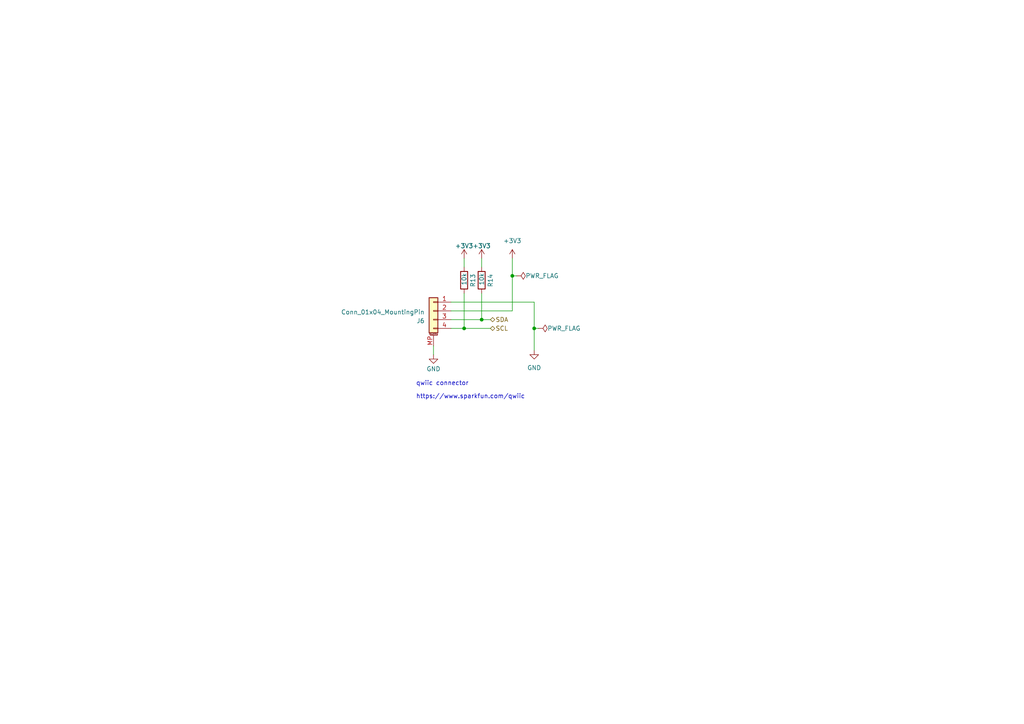
<source format=kicad_sch>
(kicad_sch (version 20250114) (generator "eeschema") (generator_version "9.0")
  (paper "A4")
  (title_block (title "PB2 Bela Mini Proto") (rev "rev 1.0") (company "Augmented Instruments Ltd."))
  (lib_symbols
    (symbol "Connector_Generic_MountingPin:Conn_01x04_MountingPin" (pin_names (offset 1.016) (hide yes))
      (property "Reference" "J" (at 0 5.08 0))
      (property "Value" "Conn_01x04_MountingPin" (at 1.27 -7.62 0))
      (symbol "Conn_01x04_MountingPin_1_1"
        (rectangle (start -1.27 3.81) (end 1.27 -6.35) (stroke (width 0.254)) (fill (type background)))
        (rectangle (start -1.27 2.667) (end 0 2.413) (stroke (width 0.1524)))
        (rectangle (start -1.27 0.127) (end 0 -0.127) (stroke (width 0.1524)))
        (rectangle (start -1.27 -2.413) (end 0 -2.667) (stroke (width 0.1524)))
        (rectangle (start -1.27 -4.953) (end 0 -5.207) (stroke (width 0.1524)))
        (polyline (pts (xy -1.016 -7.112) (xy 1.016 -7.112)) (stroke (width 0.1524)))
        (text "Mounting" (at 0 -6.731 0) (effects (font (size 0.381 0.381))))
        (pin passive line (at -5.08 2.54 0) (length 3.81) (name "Pin_1") (number "1"))
        (pin passive line (at -5.08 0 0) (length 3.81) (name "Pin_2") (number "2"))
        (pin passive line (at -5.08 -2.54 0) (length 3.81) (name "Pin_3") (number "3"))
        (pin passive line (at -5.08 -5.08 0) (length 3.81) (name "Pin_4") (number "4"))
        (pin passive line (at 0 -10.16 90) (length 3.048) (name "MountPin") (number "MP"))
      )
    )
    (symbol "Device:R" (pin_numbers (hide yes)) (pin_names (offset 0))
      (property "Reference" "R" (at 2.032 0 90))
      (property "Value" "R" (at 0 0 90))
      (symbol "R_0_1"
        (rectangle (start -1.016 -2.54) (end 1.016 2.54) (stroke (width 0.254)))
      )
      (symbol "R_1_1"
        (pin passive line (at 0 3.81 270) (length 1.27) (name "~") (number "1"))
        (pin passive line (at 0 -3.81 90) (length 1.27) (name "~") (number "2"))
      )
    )
    (symbol "power:+3V3" (power) (pin_names (offset 0))
      (property "Value" "+3V3" (at 0 3.556 0))
      (symbol "+3V3_0_1"
        (polyline (pts (xy -0.762 1.27) (xy 0 2.54)))
        (polyline (pts (xy 0 2.54) (xy 0.762 1.27)))
        (polyline (pts (xy 0 0) (xy 0 2.54)))
      )
      (symbol "+3V3_1_1"
        (pin power_in line (at 0 0 90) (length 0) (hide yes) (name "+3V3") (number "1"))
      )
    )
    (symbol "power:GND" (power) (pin_names (offset 0))
      (property "Value" "GND" (at 0 -3.81 0))
      (symbol "GND_0_1"
        (polyline (pts (xy 0 0) (xy 0 -1.27) (xy 1.27 -1.27) (xy 0 -2.54) (xy -1.27 -1.27) (xy 0 -1.27)))
      )
      (symbol "GND_1_1"
        (pin power_in line (at 0 0 270) (length 0) (hide yes) (name "GND") (number "1"))
      )
    )
    (symbol "power:PWR_FLAG" (power) (pin_numbers (hide yes)) (pin_names (offset 0) (hide yes))
      (property "Value" "PWR_FLAG" (at 0 3.81 0))
      (symbol "PWR_FLAG_0_0"
        (pin power_out line (at 0 0 90) (length 0) (name "pwr") (number "1"))
      )
      (symbol "PWR_FLAG_0_1"
        (polyline (pts (xy 0 0) (xy 0 1.27) (xy -1.016 1.905) (xy 0 2.54) (xy 1.016 1.905) (xy 0 1.27)))
      )
    )
  )
  (text "https://www.sparkfun.com/qwiic" (at 120.65 115.824 0) (effects (font (size 1.27 1.27)) (justify left bottom)))
  (text "qwiic connector" (at 120.65 112.014 0) (effects (font (size 1.27 1.27)) (justify left bottom)))
  (junction (at 148.59 80.01))
  (junction (at 139.7 92.71))
  (junction (at 134.62 95.25))
  (junction (at 154.94 95.25))
  (wire (pts (xy 125.73 102.87) (xy 125.73 100.33)))
  (wire (pts (xy 130.81 90.17) (xy 148.59 90.17)))
  (wire (pts (xy 134.62 85.09) (xy 134.62 95.25)))
  (wire (pts (xy 139.7 92.71) (xy 142.24 92.71)))
  (wire (pts (xy 134.62 74.93) (xy 134.62 77.47)))
  (wire (pts (xy 148.59 80.01) (xy 148.59 74.93)))
  (wire (pts (xy 154.94 95.25) (xy 154.94 101.6)))
  (wire (pts (xy 130.81 92.71) (xy 139.7 92.71)))
  (wire (pts (xy 154.94 87.63) (xy 154.94 95.25)))
  (wire (pts (xy 130.81 95.25) (xy 134.62 95.25)))
  (wire (pts (xy 149.86 80.01) (xy 148.59 80.01)))
  (wire (pts (xy 139.7 74.93) (xy 139.7 77.47)))
  (wire (pts (xy 139.7 85.09) (xy 139.7 92.71)))
  (wire (pts (xy 134.62 95.25) (xy 142.24 95.25)))
  (wire (pts (xy 156.21 95.25) (xy 154.94 95.25)))
  (wire (pts (xy 148.59 80.01) (xy 148.59 90.17)))
  (wire (pts (xy 154.94 87.63) (xy 130.81 87.63)))
  (hierarchical_label "SCL" (shape bidirectional) (at 142.24 95.25 0))
  (hierarchical_label "SDA" (shape bidirectional) (at 142.24 92.71 0))
  (symbol (lib_id "power:PWR_FLAG") (at 149.86 80.01 270) (unit 1)
    (property "Reference" "#FLG012" (effects (hide yes)))
    (property "Value" "PWR_FLAG" (at 152.4 80.01 90) (effects (justify left)))
  )
  (symbol (lib_id "power:+3V3") (at 148.59 74.93 0) (unit 1)
    (property "Reference" "#PWR090" (effects (hide yes)))
    (property "Value" "+3V3" (at 148.59 69.85 0))
    (property "Description" "Power symbol creates a global label with name \"+3V3\"" (effects (hide yes)))
  )
  (symbol (lib_id "power:PWR_FLAG") (at 156.21 95.25 270) (unit 1)
    (property "Reference" "#FLG013" (effects (hide yes)))
    (property "Value" "PWR_FLAG" (at 158.75 95.25 90) (effects (justify left)))
  )
  (symbol (lib_id "Device:R") (at 139.7 81.28 0) (mirror y) (unit 1)
    (property "Reference" "R14" (at 142.24 83.312 90) (effects (justify left)))
    (property "Value" "10k" (at 139.7 82.804 90) (effects (justify left)))
    (property "Footprint" "Resistor_SMD:R_0402_1005Metric" (effects (hide yes)))
  )
  (symbol (lib_id "power:GND") (at 125.73 102.87 0) (mirror y) (unit 1)
    (property "Reference" "#PWR071" (effects (hide yes)))
    (property "Value" "GND" (at 125.73 107.0031 0))
  )
  (symbol (lib_id "Device:R") (at 134.62 81.28 0) (unit 1)
    (property "Reference" "R13" (at 137.16 83.312 90) (effects (justify left)))
    (property "Value" "10k" (at 134.62 82.804 90) (effects (justify left)))
    (property "Footprint" "Resistor_SMD:R_0402_1005Metric" (effects (hide yes)))
  )
  (symbol (lib_id "power:+3V3") (at 139.7 74.93 0) (mirror y) (unit 1)
    (property "Reference" "#PWR089" (effects (hide yes)))
    (property "Value" "+3V3" (at 139.7 71.3255 0))
  )
  (symbol (lib_id "power:+3V3") (at 134.62 74.93 0) (unit 1)
    (property "Reference" "#PWR088" (effects (hide yes)))
    (property "Value" "+3V3" (at 134.62 71.3255 0))
  )
  (symbol (lib_id "Connector_Generic_MountingPin:Conn_01x04_MountingPin") (at 125.73 90.17 0) (mirror y) (unit 1)
    (property "Reference" "J6" (at 123.19 93.0657 0) (effects (justify left)))
    (property "Value" "Conn_01x04_MountingPin" (at 123.19 90.5257 0) (effects (justify left)))
    (property "Footprint" "Bela:qwiic_horizontal_SMD" (effects (hide yes)))
  )
  (symbol (lib_id "power:GND") (at 154.94 101.6 0) (unit 1)
    (property "Reference" "#PWR091" (effects (hide yes)))
    (property "Value" "GND" (at 154.94 106.68 0))
  )
)
</source>
